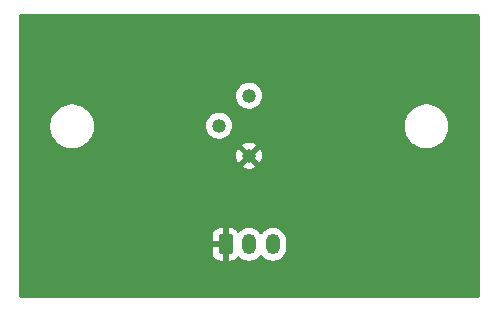
<source format=gbr>
%TF.GenerationSoftware,KiCad,Pcbnew,8.0.4*%
%TF.CreationDate,2024-08-31T15:59:03-07:00*%
%TF.ProjectId,aunisoma-pir,61756e69-736f-46d6-912d-7069722e6b69,rev?*%
%TF.SameCoordinates,Original*%
%TF.FileFunction,Copper,L2,Bot*%
%TF.FilePolarity,Positive*%
%FSLAX46Y46*%
G04 Gerber Fmt 4.6, Leading zero omitted, Abs format (unit mm)*
G04 Created by KiCad (PCBNEW 8.0.4) date 2024-08-31 15:59:03*
%MOMM*%
%LPD*%
G01*
G04 APERTURE LIST*
G04 Aperture macros list*
%AMRoundRect*
0 Rectangle with rounded corners*
0 $1 Rounding radius*
0 $2 $3 $4 $5 $6 $7 $8 $9 X,Y pos of 4 corners*
0 Add a 4 corners polygon primitive as box body*
4,1,4,$2,$3,$4,$5,$6,$7,$8,$9,$2,$3,0*
0 Add four circle primitives for the rounded corners*
1,1,$1+$1,$2,$3*
1,1,$1+$1,$4,$5*
1,1,$1+$1,$6,$7*
1,1,$1+$1,$8,$9*
0 Add four rect primitives between the rounded corners*
20,1,$1+$1,$2,$3,$4,$5,0*
20,1,$1+$1,$4,$5,$6,$7,0*
20,1,$1+$1,$6,$7,$8,$9,0*
20,1,$1+$1,$8,$9,$2,$3,0*%
G04 Aperture macros list end*
%TA.AperFunction,ComponentPad*%
%ADD10RoundRect,0.250000X-0.350000X-0.625000X0.350000X-0.625000X0.350000X0.625000X-0.350000X0.625000X0*%
%TD*%
%TA.AperFunction,ComponentPad*%
%ADD11O,1.200000X1.750000*%
%TD*%
%TA.AperFunction,ComponentPad*%
%ADD12C,1.192000*%
%TD*%
G04 APERTURE END LIST*
D10*
%TO.P,J1,1,Pin_1*%
%TO.N,GND*%
X103000000Y-80000000D03*
D11*
%TO.P,J1,2,Pin_2*%
%TO.N,/PIR_OUT*%
X105000000Y-80000000D03*
%TO.P,J1,3,Pin_3*%
%TO.N,+3.3V*%
X107000000Y-80000000D03*
%TD*%
D12*
%TO.P,U1,1,VDD*%
%TO.N,GND*%
X105000000Y-72500000D03*
%TO.P,U1,2,OUT*%
%TO.N,/PIR_OUT*%
X102460000Y-69960000D03*
%TO.P,U1,3,GND*%
%TO.N,+3.3V*%
X105000000Y-67420000D03*
%TD*%
%TA.AperFunction,Conductor*%
%TO.N,GND*%
G36*
X124442539Y-60520185D02*
G01*
X124488294Y-60572989D01*
X124499500Y-60624500D01*
X124499500Y-84375500D01*
X124479815Y-84442539D01*
X124427011Y-84488294D01*
X124375500Y-84499500D01*
X85624500Y-84499500D01*
X85557461Y-84479815D01*
X85511706Y-84427011D01*
X85500500Y-84375500D01*
X85500500Y-79325013D01*
X101900000Y-79325013D01*
X101900000Y-79750000D01*
X102719670Y-79750000D01*
X102699925Y-79769745D01*
X102650556Y-79855255D01*
X102625000Y-79950630D01*
X102625000Y-80049370D01*
X102650556Y-80144745D01*
X102699925Y-80230255D01*
X102719670Y-80250000D01*
X101900001Y-80250000D01*
X101900001Y-80674986D01*
X101910494Y-80777697D01*
X101965641Y-80944119D01*
X101965643Y-80944124D01*
X102057684Y-81093345D01*
X102181654Y-81217315D01*
X102330875Y-81309356D01*
X102330880Y-81309358D01*
X102497302Y-81364505D01*
X102497309Y-81364506D01*
X102600019Y-81374999D01*
X102749999Y-81374999D01*
X102750000Y-81374998D01*
X102750000Y-80280330D01*
X102769745Y-80300075D01*
X102855255Y-80349444D01*
X102950630Y-80375000D01*
X103049370Y-80375000D01*
X103144745Y-80349444D01*
X103230255Y-80300075D01*
X103250000Y-80280330D01*
X103250000Y-81374999D01*
X103399972Y-81374999D01*
X103399986Y-81374998D01*
X103502697Y-81364505D01*
X103669119Y-81309358D01*
X103669124Y-81309356D01*
X103818345Y-81217315D01*
X103942315Y-81093345D01*
X103981945Y-81029094D01*
X104033893Y-80982368D01*
X104102855Y-80971145D01*
X104166937Y-80998988D01*
X104175166Y-81006508D01*
X104283072Y-81114414D01*
X104423212Y-81216232D01*
X104577555Y-81294873D01*
X104742299Y-81348402D01*
X104913389Y-81375500D01*
X104913390Y-81375500D01*
X105086610Y-81375500D01*
X105086611Y-81375500D01*
X105257701Y-81348402D01*
X105422445Y-81294873D01*
X105576788Y-81216232D01*
X105716928Y-81114414D01*
X105839414Y-80991928D01*
X105899682Y-80908975D01*
X105955012Y-80866311D01*
X106024626Y-80860332D01*
X106086421Y-80892938D01*
X106100315Y-80908973D01*
X106160586Y-80991928D01*
X106283072Y-81114414D01*
X106423212Y-81216232D01*
X106577555Y-81294873D01*
X106742299Y-81348402D01*
X106913389Y-81375500D01*
X106913390Y-81375500D01*
X107086610Y-81375500D01*
X107086611Y-81375500D01*
X107257701Y-81348402D01*
X107422445Y-81294873D01*
X107576788Y-81216232D01*
X107716928Y-81114414D01*
X107839414Y-80991928D01*
X107941232Y-80851788D01*
X108019873Y-80697445D01*
X108073402Y-80532701D01*
X108100500Y-80361611D01*
X108100500Y-79638389D01*
X108073402Y-79467299D01*
X108019873Y-79302555D01*
X107941232Y-79148212D01*
X107839414Y-79008072D01*
X107716928Y-78885586D01*
X107576788Y-78783768D01*
X107422445Y-78705127D01*
X107257701Y-78651598D01*
X107257699Y-78651597D01*
X107257698Y-78651597D01*
X107126271Y-78630781D01*
X107086611Y-78624500D01*
X106913389Y-78624500D01*
X106873728Y-78630781D01*
X106742302Y-78651597D01*
X106577552Y-78705128D01*
X106423211Y-78783768D01*
X106343256Y-78841859D01*
X106283072Y-78885586D01*
X106283070Y-78885588D01*
X106283069Y-78885588D01*
X106160588Y-79008069D01*
X106160581Y-79008078D01*
X106100317Y-79091023D01*
X106044987Y-79133689D01*
X105975374Y-79139667D01*
X105913579Y-79107061D01*
X105899683Y-79091023D01*
X105851899Y-79025257D01*
X105839414Y-79008072D01*
X105716928Y-78885586D01*
X105576788Y-78783768D01*
X105422445Y-78705127D01*
X105257701Y-78651598D01*
X105257699Y-78651597D01*
X105257698Y-78651597D01*
X105126271Y-78630781D01*
X105086611Y-78624500D01*
X104913389Y-78624500D01*
X104873728Y-78630781D01*
X104742302Y-78651597D01*
X104577552Y-78705128D01*
X104423211Y-78783768D01*
X104283073Y-78885585D01*
X104175166Y-78993492D01*
X104113843Y-79026976D01*
X104044151Y-79021992D01*
X103988218Y-78980120D01*
X103981946Y-78970906D01*
X103942317Y-78906656D01*
X103818345Y-78782684D01*
X103669124Y-78690643D01*
X103669119Y-78690641D01*
X103502697Y-78635494D01*
X103502690Y-78635493D01*
X103399986Y-78625000D01*
X103250000Y-78625000D01*
X103250000Y-79719670D01*
X103230255Y-79699925D01*
X103144745Y-79650556D01*
X103049370Y-79625000D01*
X102950630Y-79625000D01*
X102855255Y-79650556D01*
X102769745Y-79699925D01*
X102750000Y-79719670D01*
X102750000Y-78625000D01*
X102600027Y-78625000D01*
X102600012Y-78625001D01*
X102497302Y-78635494D01*
X102330880Y-78690641D01*
X102330875Y-78690643D01*
X102181654Y-78782684D01*
X102057684Y-78906654D01*
X101965643Y-79055875D01*
X101965641Y-79055880D01*
X101910494Y-79222302D01*
X101910493Y-79222309D01*
X101900000Y-79325013D01*
X85500500Y-79325013D01*
X85500500Y-73431333D01*
X104422218Y-73431333D01*
X104422218Y-73431334D01*
X104509374Y-73485300D01*
X104509378Y-73485302D01*
X104698778Y-73558675D01*
X104898443Y-73596000D01*
X105101557Y-73596000D01*
X105301226Y-73558674D01*
X105490612Y-73485305D01*
X105490625Y-73485299D01*
X105577780Y-73431334D01*
X105577780Y-73431333D01*
X105000001Y-72853553D01*
X105000000Y-72853553D01*
X104422218Y-73431333D01*
X85500500Y-73431333D01*
X85500500Y-72499999D01*
X103899305Y-72499999D01*
X103899305Y-72500000D01*
X103918045Y-72702248D01*
X103973633Y-72897620D01*
X104064170Y-73079442D01*
X104065389Y-73081056D01*
X104065390Y-73081056D01*
X104646447Y-72500000D01*
X104603660Y-72457213D01*
X104675000Y-72457213D01*
X104675000Y-72542787D01*
X104697149Y-72625445D01*
X104739936Y-72699554D01*
X104800446Y-72760064D01*
X104874555Y-72802851D01*
X104957213Y-72825000D01*
X105042787Y-72825000D01*
X105125445Y-72802851D01*
X105199554Y-72760064D01*
X105260064Y-72699554D01*
X105302851Y-72625445D01*
X105325000Y-72542787D01*
X105325000Y-72499999D01*
X105353553Y-72499999D01*
X105353553Y-72500000D01*
X105934608Y-73081055D01*
X105934609Y-73081055D01*
X105935829Y-73079441D01*
X105935830Y-73079440D01*
X106026366Y-72897620D01*
X106081954Y-72702248D01*
X106100695Y-72500000D01*
X106100695Y-72499999D01*
X106081954Y-72297751D01*
X106026366Y-72102379D01*
X105935828Y-71920556D01*
X105934608Y-71918942D01*
X105353553Y-72499999D01*
X105325000Y-72499999D01*
X105325000Y-72457213D01*
X105302851Y-72374555D01*
X105260064Y-72300446D01*
X105199554Y-72239936D01*
X105125445Y-72197149D01*
X105042787Y-72175000D01*
X104957213Y-72175000D01*
X104874555Y-72197149D01*
X104800446Y-72239936D01*
X104739936Y-72300446D01*
X104697149Y-72374555D01*
X104675000Y-72457213D01*
X104603660Y-72457213D01*
X104065390Y-71918943D01*
X104064168Y-71920561D01*
X104064166Y-71920565D01*
X103973633Y-72102379D01*
X103918045Y-72297751D01*
X103899305Y-72499999D01*
X85500500Y-72499999D01*
X85500500Y-69878711D01*
X88149500Y-69878711D01*
X88149500Y-70121288D01*
X88181161Y-70361785D01*
X88243947Y-70596104D01*
X88287758Y-70701872D01*
X88336776Y-70820212D01*
X88458064Y-71030289D01*
X88458066Y-71030292D01*
X88458067Y-71030293D01*
X88605733Y-71222736D01*
X88605739Y-71222743D01*
X88777256Y-71394260D01*
X88777263Y-71394266D01*
X88890321Y-71481018D01*
X88969711Y-71541936D01*
X89179788Y-71663224D01*
X89403900Y-71756054D01*
X89638211Y-71818838D01*
X89818586Y-71842584D01*
X89878711Y-71850500D01*
X89878712Y-71850500D01*
X90121289Y-71850500D01*
X90169388Y-71844167D01*
X90361789Y-71818838D01*
X90596100Y-71756054D01*
X90820212Y-71663224D01*
X90983993Y-71568665D01*
X104422217Y-71568665D01*
X105000000Y-72146447D01*
X105000001Y-72146447D01*
X105577781Y-71568665D01*
X105490622Y-71514698D01*
X105490621Y-71514697D01*
X105301221Y-71441324D01*
X105101557Y-71404000D01*
X104898443Y-71404000D01*
X104698778Y-71441324D01*
X104509380Y-71514696D01*
X104509374Y-71514699D01*
X104422218Y-71568664D01*
X104422217Y-71568665D01*
X90983993Y-71568665D01*
X91030289Y-71541936D01*
X91222738Y-71394265D01*
X91394265Y-71222738D01*
X91541936Y-71030289D01*
X91663224Y-70820212D01*
X91756054Y-70596100D01*
X91818838Y-70361789D01*
X91850500Y-70121288D01*
X91850500Y-69959999D01*
X101358802Y-69959999D01*
X101358802Y-69960000D01*
X101377551Y-70162340D01*
X101433162Y-70357797D01*
X101523739Y-70539700D01*
X101523744Y-70539708D01*
X101646206Y-70701874D01*
X101796379Y-70838774D01*
X101796381Y-70838776D01*
X101969150Y-70945750D01*
X101969156Y-70945753D01*
X102009298Y-70961304D01*
X102158643Y-71019160D01*
X102358394Y-71056500D01*
X102358396Y-71056500D01*
X102561604Y-71056500D01*
X102561606Y-71056500D01*
X102761357Y-71019160D01*
X102950846Y-70945752D01*
X103123620Y-70838775D01*
X103273795Y-70701872D01*
X103396257Y-70539706D01*
X103486837Y-70357799D01*
X103542448Y-70162345D01*
X103561198Y-69960000D01*
X103553665Y-69878711D01*
X118149500Y-69878711D01*
X118149500Y-70121288D01*
X118181161Y-70361785D01*
X118243947Y-70596104D01*
X118287758Y-70701872D01*
X118336776Y-70820212D01*
X118458064Y-71030289D01*
X118458066Y-71030292D01*
X118458067Y-71030293D01*
X118605733Y-71222736D01*
X118605739Y-71222743D01*
X118777256Y-71394260D01*
X118777263Y-71394266D01*
X118890321Y-71481018D01*
X118969711Y-71541936D01*
X119179788Y-71663224D01*
X119403900Y-71756054D01*
X119638211Y-71818838D01*
X119818586Y-71842584D01*
X119878711Y-71850500D01*
X119878712Y-71850500D01*
X120121289Y-71850500D01*
X120169388Y-71844167D01*
X120361789Y-71818838D01*
X120596100Y-71756054D01*
X120820212Y-71663224D01*
X121030289Y-71541936D01*
X121222738Y-71394265D01*
X121394265Y-71222738D01*
X121541936Y-71030289D01*
X121663224Y-70820212D01*
X121756054Y-70596100D01*
X121818838Y-70361789D01*
X121850500Y-70121288D01*
X121850500Y-69878712D01*
X121818838Y-69638211D01*
X121756054Y-69403900D01*
X121663224Y-69179788D01*
X121541936Y-68969711D01*
X121394265Y-68777262D01*
X121394260Y-68777256D01*
X121222743Y-68605739D01*
X121222736Y-68605733D01*
X121030293Y-68458067D01*
X121030292Y-68458066D01*
X121030289Y-68458064D01*
X120820212Y-68336776D01*
X120728472Y-68298776D01*
X120596104Y-68243947D01*
X120361785Y-68181161D01*
X120121289Y-68149500D01*
X120121288Y-68149500D01*
X119878712Y-68149500D01*
X119878711Y-68149500D01*
X119638214Y-68181161D01*
X119403895Y-68243947D01*
X119179794Y-68336773D01*
X119179785Y-68336777D01*
X118969706Y-68458067D01*
X118777263Y-68605733D01*
X118777256Y-68605739D01*
X118605739Y-68777256D01*
X118605733Y-68777263D01*
X118458067Y-68969706D01*
X118336777Y-69179785D01*
X118336773Y-69179794D01*
X118243947Y-69403895D01*
X118181161Y-69638214D01*
X118149500Y-69878711D01*
X103553665Y-69878711D01*
X103542448Y-69757655D01*
X103486837Y-69562201D01*
X103408009Y-69403895D01*
X103396260Y-69380299D01*
X103396255Y-69380291D01*
X103273793Y-69218125D01*
X103123620Y-69081225D01*
X103123618Y-69081223D01*
X102950849Y-68974249D01*
X102950843Y-68974246D01*
X102801501Y-68916392D01*
X102761357Y-68900840D01*
X102561606Y-68863500D01*
X102358394Y-68863500D01*
X102158643Y-68900840D01*
X102158640Y-68900840D01*
X102158640Y-68900841D01*
X101969156Y-68974246D01*
X101969150Y-68974249D01*
X101796381Y-69081223D01*
X101796379Y-69081225D01*
X101646206Y-69218125D01*
X101523744Y-69380291D01*
X101523739Y-69380299D01*
X101433162Y-69562202D01*
X101377551Y-69757659D01*
X101358802Y-69959999D01*
X91850500Y-69959999D01*
X91850500Y-69878712D01*
X91818838Y-69638211D01*
X91756054Y-69403900D01*
X91663224Y-69179788D01*
X91541936Y-68969711D01*
X91394265Y-68777262D01*
X91394260Y-68777256D01*
X91222743Y-68605739D01*
X91222736Y-68605733D01*
X91030293Y-68458067D01*
X91030292Y-68458066D01*
X91030289Y-68458064D01*
X90820212Y-68336776D01*
X90728472Y-68298776D01*
X90596104Y-68243947D01*
X90361785Y-68181161D01*
X90121289Y-68149500D01*
X90121288Y-68149500D01*
X89878712Y-68149500D01*
X89878711Y-68149500D01*
X89638214Y-68181161D01*
X89403895Y-68243947D01*
X89179794Y-68336773D01*
X89179785Y-68336777D01*
X88969706Y-68458067D01*
X88777263Y-68605733D01*
X88777256Y-68605739D01*
X88605739Y-68777256D01*
X88605733Y-68777263D01*
X88458067Y-68969706D01*
X88336777Y-69179785D01*
X88336773Y-69179794D01*
X88243947Y-69403895D01*
X88181161Y-69638214D01*
X88149500Y-69878711D01*
X85500500Y-69878711D01*
X85500500Y-67419999D01*
X103898802Y-67419999D01*
X103898802Y-67420000D01*
X103917551Y-67622340D01*
X103973162Y-67817797D01*
X104063739Y-67999700D01*
X104063744Y-67999708D01*
X104186206Y-68161874D01*
X104336379Y-68298774D01*
X104336381Y-68298776D01*
X104509150Y-68405750D01*
X104509156Y-68405753D01*
X104549298Y-68421304D01*
X104698643Y-68479160D01*
X104898394Y-68516500D01*
X104898396Y-68516500D01*
X105101604Y-68516500D01*
X105101606Y-68516500D01*
X105301357Y-68479160D01*
X105490846Y-68405752D01*
X105663620Y-68298775D01*
X105813795Y-68161872D01*
X105936257Y-67999706D01*
X106026837Y-67817799D01*
X106082448Y-67622345D01*
X106101198Y-67420000D01*
X106082448Y-67217655D01*
X106026837Y-67022201D01*
X105982101Y-66932361D01*
X105936260Y-66840299D01*
X105936255Y-66840291D01*
X105813793Y-66678125D01*
X105663620Y-66541225D01*
X105663618Y-66541223D01*
X105490849Y-66434249D01*
X105490843Y-66434246D01*
X105341501Y-66376392D01*
X105301357Y-66360840D01*
X105101606Y-66323500D01*
X104898394Y-66323500D01*
X104698643Y-66360840D01*
X104698640Y-66360840D01*
X104698640Y-66360841D01*
X104509156Y-66434246D01*
X104509150Y-66434249D01*
X104336381Y-66541223D01*
X104336379Y-66541225D01*
X104186206Y-66678125D01*
X104063744Y-66840291D01*
X104063739Y-66840299D01*
X103973162Y-67022202D01*
X103917551Y-67217659D01*
X103898802Y-67419999D01*
X85500500Y-67419999D01*
X85500500Y-60624500D01*
X85520185Y-60557461D01*
X85572989Y-60511706D01*
X85624500Y-60500500D01*
X124375500Y-60500500D01*
X124442539Y-60520185D01*
G37*
%TD.AperFunction*%
%TD*%
M02*

</source>
